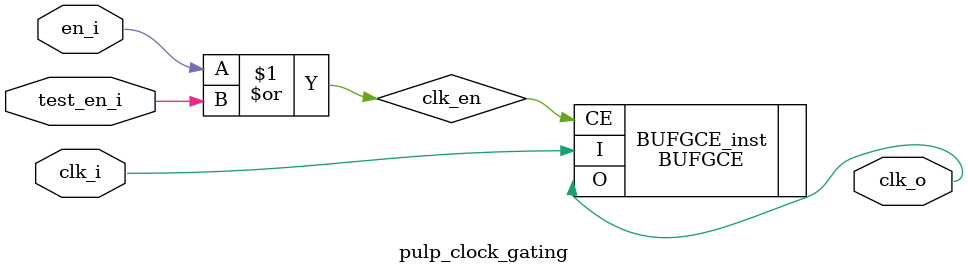
<source format=sv>
module pulp_clock_gating
  (
   input  logic clk_i,
   input  logic en_i,
   input  logic test_en_i,
   output logic clk_o
   );
  logic         clk_en;

  assign clk_en = en_i | test_en_i;  
  BUFGCE #(
      .CE_TYPE("SYNC"),               // ASYNC, HARDSYNC, SYNC
      .IS_CE_INVERTED(1'b0),          // Programmable inversion on CE
      .IS_I_INVERTED(1'b0),           // Programmable inversion on I
      .SIM_DEVICE("ULTRASCALE_PLUS")  // ULTRASCALE, ULTRASCALE_PLUS
   )
   BUFGCE_inst (
      .O(clk_o),   // 1-bit output: Buffer
      .CE(clk_en), // 1-bit input: Buffer enable
      .I(clk_i)    // 1-bit input: Buffer
   );

endmodule

</source>
